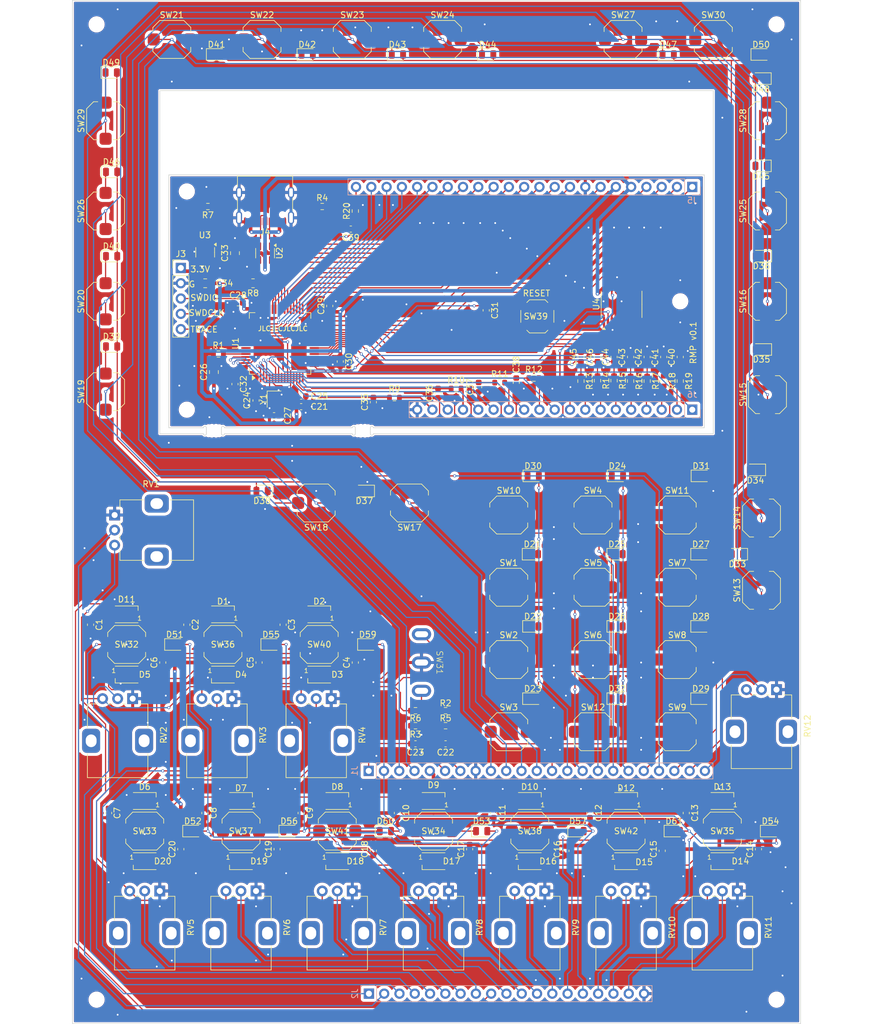
<source format=kicad_pcb>
(kicad_pcb
	(version 20240108)
	(generator "pcbnew")
	(generator_version "8.0")
	(general
		(thickness 1.6)
		(legacy_teardrops no)
	)
	(paper "A4" portrait)
	(layers
		(0 "F.Cu" signal)
		(31 "B.Cu" signal)
		(34 "B.Paste" user)
		(35 "F.Paste" user)
		(36 "B.SilkS" user "B.Silkscreen")
		(37 "F.SilkS" user "F.Silkscreen")
		(38 "B.Mask" user)
		(39 "F.Mask" user)
		(44 "Edge.Cuts" user)
		(45 "Margin" user)
		(46 "B.CrtYd" user "B.Courtyard")
		(47 "F.CrtYd" user "F.Courtyard")
		(48 "B.Fab" user)
		(49 "F.Fab" user)
	)
	(setup
		(stackup
			(layer "F.SilkS"
				(type "Top Silk Screen")
				(color "White")
			)
			(layer "F.Paste"
				(type "Top Solder Paste")
			)
			(layer "F.Mask"
				(type "Top Solder Mask")
				(color "Black")
				(thickness 0.01)
			)
			(layer "F.Cu"
				(type "copper")
				(thickness 0.035)
			)
			(layer "dielectric 1"
				(type "core")
				(thickness 1.51)
				(material "FR4")
				(epsilon_r 4.5)
				(loss_tangent 0.02)
			)
			(layer "B.Cu"
				(type "copper")
				(thickness 0.035)
			)
			(layer "B.Mask"
				(type "Bottom Solder Mask")
				(color "Black")
				(thickness 0.01)
			)
			(layer "B.Paste"
				(type "Bottom Solder Paste")
			)
			(layer "B.SilkS"
				(type "Bottom Silk Screen")
				(color "White")
			)
			(copper_finish "None")
			(dielectric_constraints yes)
		)
		(pad_to_mask_clearance 0)
		(allow_soldermask_bridges_in_footprints no)
		(pcbplotparams
			(layerselection 0x00010fc_ffffffff)
			(plot_on_all_layers_selection 0x0000000_00000000)
			(disableapertmacros no)
			(usegerberextensions no)
			(usegerberattributes yes)
			(usegerberadvancedattributes yes)
			(creategerberjobfile yes)
			(dashed_line_dash_ratio 12.000000)
			(dashed_line_gap_ratio 3.000000)
			(svgprecision 4)
			(plotframeref no)
			(viasonmask no)
			(mode 1)
			(useauxorigin no)
			(hpglpennumber 1)
			(hpglpenspeed 20)
			(hpglpendiameter 15.000000)
			(pdf_front_fp_property_popups yes)
			(pdf_back_fp_property_popups yes)
			(dxfpolygonmode yes)
			(dxfimperialunits yes)
			(dxfusepcbnewfont yes)
			(psnegative no)
			(psa4output no)
			(plotreference yes)
			(plotvalue yes)
			(plotfptext yes)
			(plotinvisibletext no)
			(sketchpadsonfab no)
			(subtractmaskfromsilk no)
			(outputformat 1)
			(mirror no)
			(drillshape 1)
			(scaleselection 1)
			(outputdirectory "")
		)
	)
	(net 0 "")
	(net 1 "VBUS")
	(net 2 "GND")
	(net 3 "Net-(D1-DOUT)")
	(net 4 "Net-(D1-DIN)")
	(net 5 "Net-(D2-DOUT)")
	(net 6 "Net-(D3-DOUT)")
	(net 7 "Net-(D4-DOUT)")
	(net 8 "Net-(D5-DOUT)")
	(net 9 "Net-(D6-DOUT)")
	(net 10 "Net-(D7-DOUT)")
	(net 11 "Net-(D8-DOUT)")
	(net 12 "Net-(D10-DIN)")
	(net 13 "Net-(D10-DOUT)")
	(net 14 "/LEDs")
	(net 15 "Net-(D12-DOUT)")
	(net 16 "Net-(D13-DOUT)")
	(net 17 "Net-(D14-DOUT)")
	(net 18 "Net-(D15-DOUT)")
	(net 19 "Net-(D16-DOUT)")
	(net 20 "Net-(D17-DOUT)")
	(net 21 "Net-(D18-DOUT)")
	(net 22 "Net-(D19-DOUT)")
	(net 23 "unconnected-(D20-DOUT-Pad1)")
	(net 24 "/NumpadCol1")
	(net 25 "Net-(D21-K)")
	(net 26 "Net-(D22-K)")
	(net 27 "Net-(D23-K)")
	(net 28 "Net-(D24-K)")
	(net 29 "/NumpadCol2")
	(net 30 "Net-(D25-K)")
	(net 31 "Net-(D26-K)")
	(net 32 "/NumpadCol3")
	(net 33 "Net-(D27-K)")
	(net 34 "Net-(D28-K)")
	(net 35 "Net-(D29-K)")
	(net 36 "Net-(D30-K)")
	(net 37 "Net-(D31-K)")
	(net 38 "Net-(D32-K)")
	(net 39 "/KeysCol1")
	(net 40 "Net-(D33-K)")
	(net 41 "Net-(D34-K)")
	(net 42 "Net-(D35-K)")
	(net 43 "Net-(D36-K)")
	(net 44 "/KeysCol2")
	(net 45 "Net-(D37-K)")
	(net 46 "Net-(D38-K)")
	(net 47 "Net-(D39-K)")
	(net 48 "Net-(D40-K)")
	(net 49 "Net-(D41-K)")
	(net 50 "Net-(D42-K)")
	(net 51 "Net-(D43-K)")
	(net 52 "Net-(D44-K)")
	(net 53 "Net-(D45-K)")
	(net 54 "Net-(D46-K)")
	(net 55 "Net-(D47-K)")
	(net 56 "Net-(D48-K)")
	(net 57 "Net-(D49-K)")
	(net 58 "Net-(D50-K)")
	(net 59 "+3V3")
	(net 60 "/Brightness")
	(net 61 "/VHF1vol")
	(net 62 "/VHF2vol")
	(net 63 "/VHF3vol")
	(net 64 "/HF1vol")
	(net 65 "/HF2vol")
	(net 66 "/TEL1vol")
	(net 67 "/TEL2vol")
	(net 68 "/INTvol")
	(net 69 "/CABvol")
	(net 70 "/PAvol")
	(net 71 "/NAV vol")
	(net 72 "/NumpadRow2")
	(net 73 "/NumpadRow3")
	(net 74 "/NumpadRow4")
	(net 75 "/NumpadRow1")
	(net 76 "/KeysRow1")
	(net 77 "/KeysRow2")
	(net 78 "/KeysRow3")
	(net 79 "/KeysRow4")
	(net 80 "/KeysRow5")
	(net 81 "/KeysRow6")
	(net 82 "/INT")
	(net 83 "/RAD")
	(net 84 "Net-(D51-K)")
	(net 85 "Net-(D52-K)")
	(net 86 "Net-(D53-K)")
	(net 87 "Net-(D54-K)")
	(net 88 "Net-(D55-K)")
	(net 89 "Net-(D56-K)")
	(net 90 "Net-(D57-K)")
	(net 91 "Net-(D59-K)")
	(net 92 "Net-(D60-K)")
	(net 93 "Net-(D61-K)")
	(net 94 "/KeysCol3")
	(net 95 "/TransCol1")
	(net 96 "/TransCol2")
	(net 97 "/TransCol3")
	(net 98 "/TransRow1")
	(net 99 "/TransRow2")
	(net 100 "/TransRow3")
	(net 101 "/TransRow4")
	(net 102 "Net-(SW31-A)")
	(net 103 "Net-(SW31-C)")
	(net 104 "/HSE_IN")
	(net 105 "/HSE_OUT")
	(net 106 "/NRST")
	(net 107 "/SWD_TRACE")
	(net 108 "/SWD_CLK")
	(net 109 "/SWD_IO")
	(net 110 "/USB & Power/USB_D+")
	(net 111 "unconnected-(J4-SBU2-PadB8)")
	(net 112 "/USB & Power/USB_D-")
	(net 113 "Net-(J4-CC1)")
	(net 114 "Net-(J4-CC2)")
	(net 115 "unconnected-(J4-SBU1-PadA8)")
	(net 116 "/BOOT0")
	(net 117 "/USB_PROT_D+")
	(net 118 "Net-(J5-Pin_23)")
	(net 119 "/PA1_CABvol")
	(net 120 "Net-(J6-Pin_5)")
	(net 121 "Net-(J6-Pin_6)")
	(net 122 "Net-(J6-Pin_2)")
	(net 123 "/PC3_NAVvol")
	(net 124 "Net-(J6-Pin_3)")
	(net 125 "/PC11_KeysCol2")
	(net 126 "/PA2_INTvol")
	(net 127 "/PA0_PAvol")
	(net 128 "/USB_PROT_D-")
	(net 129 "Net-(J6-Pin_7)")
	(net 130 "unconnected-(U3-NC-Pad4)")
	(net 131 "/PA3_TEL2vol")
	(net 132 "/PA7_LEDs")
	(net 133 "/PA6_HF1vol")
	(net 134 "/PA5_HF2vol")
	(net 135 "/PA4_TEL1vol")
	(net 136 "/PC4_VHF3vol")
	(net 137 "/PC5_VHF2vol")
	(net 138 "/PB0_VHF1vol")
	(net 139 "/PB1_Brightness")
	(net 140 "/PC14_TransCol1")
	(net 141 "/PB8_TransCol2")
	(net 142 "/PC13_TransRow3")
	(net 143 "/PB9_TransRow4")
	(net 144 "/PC15_TransRow2")
	(net 145 "/PC0_TransRow1")
	(net 146 "/PB10_TransCol3")
	(net 147 "/PB11_KeysRow6")
	(net 148 "/PB2_RAD")
	(net 149 "/PB15_KeysRow3")
	(net 150 "/PC7_KeysRow1")
	(net 151 "/PB14_KeysRow4")
	(net 152 "/PB12_KeysRow5")
	(net 153 "/PB13_INT")
	(net 154 "/PC6_KeysRow2")
	(net 155 "/PA9_NumpadRow2")
	(net 156 "/PA10_NumpadRow1")
	(net 157 "/PC8_NumpadRow4")
	(net 158 "/PC9_NumpadCol1")
	(net 159 "/PA8_NumpadRow3")
	(net 160 "/PC10_KeysCol3")
	(net 161 "/PA15_KeysCol1")
	(net 162 "/PC12_NumpadCol3")
	(net 163 "/PD2_NumpadCol2")
	(net 164 "Net-(J6-Pin_11)")
	(net 165 "Net-(J6-Pin_4)")
	(net 166 "Net-(J6-Pin_8)")
	(net 167 "Net-(J6-Pin_16)")
	(net 168 "Net-(J6-Pin_13)")
	(net 169 "Net-(J6-Pin_18)")
	(net 170 "unconnected-(U1-PB5-Pad57)")
	(net 171 "unconnected-(U1-PC2-Pad10)")
	(net 172 "unconnected-(U1-PB4-Pad56)")
	(net 173 "unconnected-(U1-PC1-Pad9)")
	(net 174 "unconnected-(U1-PB7-Pad59)")
	(net 175 "unconnected-(U1-PB6-Pad58)")
	(net 176 "/LEDs_board")
	(footprint "Diode_SMD:D_0805_2012Metric" (layer "F.Cu") (at 91.0625 147))
	(footprint "Diode_SMD:D_0805_2012Metric" (layer "F.Cu") (at 142 178))
	(footprint "Capacitor_SMD:C_0603_1608Metric" (layer "F.Cu") (at 134.75 99.25 90))
	(footprint "Capacitor_SMD:C_0603_1608Metric" (layer "F.Cu") (at 73 150 90))
	(footprint "LED_SMD:LED_SK6805_PLCC4_2.4x2.7mm_P1.3mm" (layer "F.Cu") (at 83 142 180))
	(footprint "Diode_SMD:D_0805_2012Metric" (layer "F.Cu") (at 146.4375 144))
	(footprint "LED_SMD:LED_SK6805_PLCC4_2.4x2.7mm_P1.3mm" (layer "F.Cu") (at 70 173 180))
	(footprint "Button_Switch_SMD:SW_Push_1P1T_XKB_TS-1187A" (layer "F.Cu") (at 119.25 92.5))
	(footprint "Diode_SMD:D_0805_2012Metric" (layer "F.Cu") (at 110 178))
	(footprint "Diode_SMD:D_0805_2012Metric" (layer "F.Cu") (at 90.5 121.5 180))
	(footprint "Potentiometer_THT:Potentiometer_Alps_RK09K_Single_Vertical" (layer "F.Cu") (at 52 156 -90))
	(footprint "Resistor_SMD:R_0805_2012Metric" (layer "F.Cu") (at 72 87 180))
	(footprint "Resistor_SMD:R_0603_1608Metric" (layer "F.Cu") (at 132 103.175 -90))
	(footprint "Capacitor_SMD:C_0603_1608Metric" (layer "F.Cu") (at 80 175 -90))
	(footprint "xenua:MouseBite_NoJaggies_S" (layer "F.Cu") (at 90.25 111 180))
	(footprint "Diode_SMD:D_0805_2012Metric" (layer "F.Cu") (at 48.5 68.5))
	(footprint "NiasStuff:SW_Push_1TS009xxxx-xxxx-xxxx_6x6x5mm" (layer "F.Cu") (at 157.5 60 90))
	(footprint "NiasStuff:SW_Push_1TS009xxxx-xxxx-xxxx_6x6x5mm" (layer "F.Cu") (at 114.5 149.5))
	(footprint "Capacitor_SMD:C_0603_1608Metric" (layer "F.Cu") (at 77 143.725 -90))
	(footprint "NiasStuff:SW_Push_1TS009xxxx-xxxx-xxxx_6x6x5mm" (layer "F.Cu") (at 114.5 137.5))
	(footprint "Diode_SMD:D_0805_2012Metric" (layer "F.Cu") (at 48.5 97.5))
	(footprint "Resistor_SMD:R_0603_1608Metric" (layer "F.Cu") (at 105.75 104.5))
	(footprint "Capacitor_SMD:C_0603_1608Metric" (layer "F.Cu") (at 126.5 99.25 -90))
	(footprint "NiasStuff:SW_Push_1TS009xxxx-xxxx-xxxx_6x6x5mm" (layer "F.Cu") (at 150 178))
	(footprint "NiasStuff:SW_Push_1TS009xxxx-xxxx-xxxx_6x6x5mm" (layer "F.Cu") (at 47.5 90 90))
	(footprint "NiasStuff:SW_Push_1TS009xxxx-xxxx-xxxx_6x6x5mm" (layer "F.Cu") (at 102 178))
	(footprint "NiasStuff:SW_Push_1TS009xxxx-xxxx-xxxx_6x6x5mm" (layer "F.Cu") (at 54 178))
	(footprint "Diode_SMD:D_0805_2012Metric" (layer "F.Cu") (at 146.5 119))
	(footprint "Capacitor_SMD:C_0603_1608Metric" (layer "F.Cu") (at 129.25 99.25 -90))
	(footprint "LED_SMD:LED_SK6805_PLCC4_2.4x2.7mm_P1.3mm"
		(layer "F.Cu")
		(uuid "2049311d-1944-45e9-95ae-b26951a29338")
		(at 150 173 180)
		(descr "https://cdn-shop.adafruit.com/product-files/3484/3484_Datasheet.pdf")
		(tags "LED RGB NeoPixel Nano PLCC-4")
		(property "Reference" "D13"
			(at 0 2.35 180)
			(layer "F.SilkS")
			(uuid "85847409-1714-47a3-a32c-8ed33e795ae5")
			(effects
				(font
					(size 1 1)
					(thickness 0.15)
				)
			)
		)
		(property "Value" "SK6805"
			(at 0 2.7 180)
			(layer "F.Fab")
			(uuid "4a449934-1b67-4584-ba40-32ccd46d7019")
			(effects
				(font
					(size 1 1)
					(thickness 0.15)
				)
			)
		)
		(property "Footprint" "LED_SMD:LED_SK6805_PLCC4_2.4x2.7mm_P1.3mm"
			(at 0 0 180)
			(unlocked yes)
			(layer "F.Fab")
			(hide yes)
			(uuid "5a971b4d-ca22-478d-949b-7080080e0677")
			(effects
				(font
					(size 1.27 1.27)
				)
			)
		)
		(property "Datasheet" "https://www.lcsc.com/datasheet/lcsc_datasheet_2110250930_OPSCO-Optoelectronics-SK6805MICRO-J_C2909056.pdf"
			(at 0 0 180)
			(unlocked yes)
			(layer "F.Fab")
			(hide yes)
			(uuid "47d4c48e-c77d-4555-9ff1-442de2c49f3e")
			(effects
				(font
					(size 1.27 1.27)
				)
			)
		)
		(property "Description" "RGB LED with integrated controller"
			(at 0 0 180)
			(unlocked yes)
			(layer "F.Fab")
			(hide yes)
			(uuid "fd50ed51-37e8-438c-8403-6a6d403c1d0e")
			(effects
				(font
					(size 1.27 1.27)
				)
			)
		)
		(property "JLCPCB Part" "C2909056"
			(at 0 0 180)
			(unlocked yes)
			(layer "F.Fab")
			(hide yes)
			(uuid "0e9959a6-6ef9-4859-9991-7822de6f507f")
			(effects
				(font
					(size 1 1)
					(thickness 0.15)
				)
			)
		)
		(property "Manufracturer" "OPSCO Optoelectronics"
			(at 0 0 180)
			(unlocked yes)
			(layer "F.Fab")
			(hide yes)
			(uuid "b63f3311-008e-41ea-9393-58b6f557c518")
			(effects
				(font
					(size 1 1)
					(thickness 0.15)
				)
			)
		)
		(property "Manufracturer Part Number" "SK6805MICRO-J"
			(at 0 0 180)
			(unlocked yes)
			(layer "F.Fab")
			(hide yes)
			(uuid "f067d3fb-0218-4660-8b2d-8fe6209f0073")
			(effects
				(font
					(size 1 1)
					(thickness 0.15)
				)
			)
		)
		(property ki_fp_filters "LED*SK6805*PLCC*2.4x2.7mm*P1.3mm*")
		(path "/6452e6b2-8e1c-4d09-b21d-4100d8be914b/7d9c4818-2798-45cb-a5a0-b8ddb3aaf801")
		(sheetname "LEDs")
		(sheetfile "LEDs.kicad_sch")
		(attr smd)
		(fp_line
			(start -1.9 1.4)
			(end 1.9 1.4)
			(stroke
				(width 0.12)
				(type solid)
			)
			(layer "F.SilkS")
			(uuid "32185ab8-3194-4cd3-86ae-a9b55298976f")
		)
		(fp_line
			(start -1.9 1.4)
			(end -1.9 0.65)
			(stroke
				(width 0.12)
				(type solid)
			)
			(layer "F.SilkS")
			(uuid "c9ca5f89-7518-49be-b7e0-526dccf61212")
		)
		(fp_line
			(start -1.9 -1.4)
			(end 1.9 -1.4)
			(stroke
				(width 0.12)
				(type solid)
			)
			(layer "F.SilkS")
			(uuid "bdf790d0-3546-4a6b-b63f-f1c25ae4a4d3")
		)
		(fp_line
			(start 1.75 1.45)
			(end 1.75 -1.45)
			(stroke
				(width 0.05)
				(type solid)
			)
			(layer "F.CrtYd")
			(uuid "65c5a6c9-bb48-4731-b145-1880bccc2397")
		)
		(fp_line
			(start 1.75 -1.45)
			(end -1.75 -1.45)
			(stroke
				(width 0.05)
				(type solid)
			)
			(layer "F.CrtYd")
			(uuid "400cc087-9ce0-4171-bb94-c75bcbf590a2")
		)
		(fp_line
			(start -1.75 1.45)
			(end 1.75 1.45)
			(stroke
				(width 0.05)
				(type solid)
			)
			(layer "F.CrtYd")
			(uuid "555e80c3-222a-47d1-a0f3-9728e617accc")
		)
		(fp_line
			(start -1.75 -1.45)
			(end -1.75 1.45)
			(stroke
				(width 0.05)
				(type solid)
			)
			(layer "F.CrtYd")
			(uuid "d64e0e03-9d1b-4b9c-8541-70be32452731")
		)
		(fp_line
			(start 1.35 1.2)
			(end 1.35 -1.2)
			(stroke
				(width 0.1)
				(type solid)
			)
			(layer "F.Fab")
			(uuid "3cabaddc-043d-4baf-b80b-e099a0fa7b05")
		)
		(fp_line
			(start 1.35 -1.2)
			(end -1.35 -1.2)
			(stroke
				(width 0.1)
				(type solid)
			)
			(layer "F.Fab")
			(uuid "9b78bb39-ec63-441e-89d0-361db26c4b06")
		)
		(fp_line
			(start -1.35 1.2)
			(end 1.35 1.2)
			(stroke
				(width 0.1)
				(type solid)
			)
			(layer "F.Fab")
			(uuid "c7ff99d3-4916-4d3e-b998-2bce3c1c938e")
		)
		(fp_line
			(start -1.35 0.6)
			(end -0.75 1.2)
			(stroke
				(width 
... [2454353 chars truncated]
</source>
